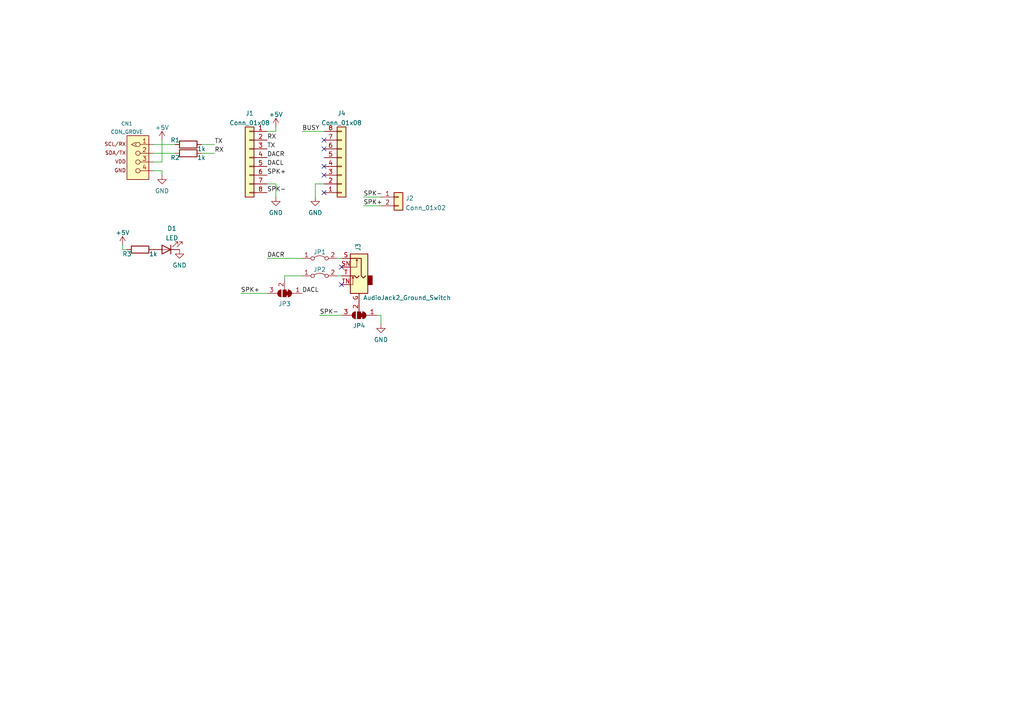
<source format=kicad_sch>
(kicad_sch (version 20211123) (generator eeschema)
  (paper "A4")
  (lib_symbols
    (symbol "Connector:AudioJack2_Ground_Switch"
      (property "Reference" "J" (at 0 11.43 0))
      (property "Value" "AudioJack2_Ground_Switch" (at 0 8.89 0))
      (symbol "AudioJack2_Ground_Switch_0_1"
        (rectangle (start -2.54 -2.54) (end -3.81 0) (stroke (width 0.254)) (fill (type outline)))
        (rectangle (start 2.54 6.35) (end -2.54 -5.08) (stroke (width 0.254)) (fill (type background)))
      )
      (symbol "AudioJack2_Ground_Switch_1_1"
        (polyline (pts (xy 0.635 4.826) (xy 0.889 4.318)))
        (polyline (pts (xy 1.778 -0.254) (xy 2.032 -0.762)))
        (polyline (pts (xy 0 0) (xy 0.635 -0.635) (xy 1.27 0) (xy 2.54 0)) (stroke (width 0.254)))
        (polyline (pts (xy 2.54 -2.54) (xy 1.778 -2.54) (xy 1.778 -0.254) (xy 1.524 -0.762)))
        (polyline (pts (xy 2.54 2.54) (xy 0.635 2.54) (xy 0.635 4.826) (xy 0.381 4.318)))
        (polyline (pts (xy 2.54 5.08) (xy -0.635 5.08) (xy -0.635 0) (xy -1.27 -0.635) (xy -1.905 0)) (stroke (width 0.254)))
        (pin passive line (at 0 -7.62 90) (length 2.54) (name "~") (number "G"))
        (pin passive line (at 5.08 5.08 180) (length 2.54) (name "~") (number "S"))
        (pin passive line (at 5.08 2.54 180) (length 2.54) (name "~") (number "SN"))
        (pin passive line (at 5.08 0 180) (length 2.54) (name "~") (number "T"))
        (pin passive line (at 5.08 -2.54 180) (length 2.54) (name "~") (number "TN"))
      )
    )
    (symbol "Connector_Generic:Conn_01x02" (pin_names (offset 1.016) hide)
      (property "Reference" "J" (at 0 2.54 0))
      (property "Value" "Conn_01x02" (at 0 -5.08 0))
      (symbol "Conn_01x02_1_1"
        (rectangle (start -1.27 -2.413) (end 0 -2.667) (stroke (width 0.1524)))
        (rectangle (start -1.27 0.127) (end 0 -0.127) (stroke (width 0.1524)))
        (rectangle (start -1.27 1.27) (end 1.27 -3.81) (stroke (width 0.254)) (fill (type background)))
        (pin passive line (at -5.08 0 0) (length 3.81) (name "Pin_1") (number "1"))
        (pin passive line (at -5.08 -2.54 0) (length 3.81) (name "Pin_2") (number "2"))
      )
    )
    (symbol "Connector_Generic:Conn_01x08" (pin_names (offset 1.016) hide)
      (property "Reference" "J" (at 0 10.16 0))
      (property "Value" "Conn_01x08" (at 0 -12.7 0))
      (symbol "Conn_01x08_1_1"
        (rectangle (start -1.27 -10.033) (end 0 -10.287) (stroke (width 0.1524)))
        (rectangle (start -1.27 -7.493) (end 0 -7.747) (stroke (width 0.1524)))
        (rectangle (start -1.27 -4.953) (end 0 -5.207) (stroke (width 0.1524)))
        (rectangle (start -1.27 -2.413) (end 0 -2.667) (stroke (width 0.1524)))
        (rectangle (start -1.27 0.127) (end 0 -0.127) (stroke (width 0.1524)))
        (rectangle (start -1.27 2.667) (end 0 2.413) (stroke (width 0.1524)))
        (rectangle (start -1.27 5.207) (end 0 4.953) (stroke (width 0.1524)))
        (rectangle (start -1.27 7.747) (end 0 7.493) (stroke (width 0.1524)))
        (rectangle (start -1.27 8.89) (end 1.27 -11.43) (stroke (width 0.254)) (fill (type background)))
        (pin passive line (at -5.08 7.62 0) (length 3.81) (name "Pin_1") (number "1"))
        (pin passive line (at -5.08 5.08 0) (length 3.81) (name "Pin_2") (number "2"))
        (pin passive line (at -5.08 2.54 0) (length 3.81) (name "Pin_3") (number "3"))
        (pin passive line (at -5.08 0 0) (length 3.81) (name "Pin_4") (number "4"))
        (pin passive line (at -5.08 -2.54 0) (length 3.81) (name "Pin_5") (number "5"))
        (pin passive line (at -5.08 -5.08 0) (length 3.81) (name "Pin_6") (number "6"))
        (pin passive line (at -5.08 -7.62 0) (length 3.81) (name "Pin_7") (number "7"))
        (pin passive line (at -5.08 -10.16 0) (length 3.81) (name "Pin_8") (number "8"))
      )
    )
    (symbol "Device:LED" (pin_numbers hide) (pin_names (offset 1.016) hide)
      (property "Reference" "D" (at 0 2.54 0))
      (property "Value" "LED" (at 0 -2.54 0))
      (symbol "LED_0_1"
        (polyline (pts (xy -1.27 -1.27) (xy -1.27 1.27)) (stroke (width 0.254)))
        (polyline (pts (xy -1.27 0) (xy 1.27 0)))
        (polyline (pts (xy 1.27 -1.27) (xy 1.27 1.27) (xy -1.27 0) (xy 1.27 -1.27)) (stroke (width 0.254)))
        (polyline (pts (xy -3.048 -0.762) (xy -4.572 -2.286) (xy -3.81 -2.286) (xy -4.572 -2.286) (xy -4.572 -1.524)))
        (polyline (pts (xy -1.778 -0.762) (xy -3.302 -2.286) (xy -2.54 -2.286) (xy -3.302 -2.286) (xy -3.302 -1.524)))
      )
      (symbol "LED_1_1"
        (pin passive line (at -3.81 0 0) (length 2.54) (name "K") (number "1"))
        (pin passive line (at 3.81 0 180) (length 2.54) (name "A") (number "2"))
      )
    )
    (symbol "Device:R" (pin_numbers hide) (pin_names (offset 0))
      (property "Reference" "R" (at 2.032 0 90))
      (property "Value" "R" (at 0 0 90))
      (symbol "R_0_1"
        (rectangle (start -1.016 -2.54) (end 1.016 2.54) (stroke (width 0.254)))
      )
      (symbol "R_1_1"
        (pin passive line (at 0 3.81 270) (length 1.27) (name "~") (number "1"))
        (pin passive line (at 0 -3.81 90) (length 1.27) (name "~") (number "2"))
      )
    )
    (symbol "Jumper:Jumper_2_Bridged" (pin_names (offset 0) hide)
      (property "Reference" "JP" (at 0 1.905 0))
      (property "Value" "Jumper_2_Bridged" (at 0 -2.54 0))
      (symbol "Jumper_2_Bridged_0_0"
        (circle (center -2.032 0) (radius 0.508))
        (circle (center 2.032 0) (radius 0.508))
      )
      (symbol "Jumper_2_Bridged_0_1"
        (arc (start 1.524 0.254) (mid 0 0.762) (end -1.524 0.254))
      )
      (symbol "Jumper_2_Bridged_1_1"
        (pin passive line (at -5.08 0 0) (length 2.54) (name "A") (number "1"))
        (pin passive line (at 5.08 0 180) (length 2.54) (name "B") (number "2"))
      )
    )
    (symbol "Jumper:SolderJumper_3_Bridged12" (pin_names (offset 0) hide)
      (property "Reference" "JP" (at -2.54 -2.54 0))
      (property "Value" "SolderJumper_3_Bridged12" (at 0 2.794 0))
      (symbol "SolderJumper_3_Bridged12_0_1"
        (rectangle (start -1.016 0.508) (end -0.508 -0.508) (fill (type outline)))
        (arc (start -1.016 1.016) (mid -2.032 0) (end -1.016 -1.016))
        (arc (start -1.016 1.016) (mid -2.032 0) (end -1.016 -1.016) (fill (type outline)))
        (rectangle (start -0.508 1.016) (end 0.508 -1.016) (fill (type outline)))
        (polyline (pts (xy -2.54 0) (xy -2.032 0)))
        (polyline (pts (xy -1.016 1.016) (xy -1.016 -1.016)))
        (polyline (pts (xy 0 -1.27) (xy 0 -1.016)))
        (polyline (pts (xy 1.016 1.016) (xy 1.016 -1.016)))
        (polyline (pts (xy 2.54 0) (xy 2.032 0)))
        (arc (start 1.016 -1.016) (mid 2.032 0) (end 1.016 1.016))
        (arc (start 1.016 -1.016) (mid 2.032 0) (end 1.016 1.016) (fill (type outline)))
      )
      (symbol "SolderJumper_3_Bridged12_1_1"
        (pin passive line (at -5.08 0 0) (length 2.54) (name "A") (number "1"))
        (pin input line (at 0 -3.81 90) (length 2.54) (name "C") (number "2"))
        (pin passive line (at 5.08 0 180) (length 2.54) (name "B") (number "3"))
      )
    )
    (symbol "akita:CON_GROVE" (pin_names (offset 1.016))
      (property "Reference" "CN" (at 0 3.81 0))
      (property "Value" "CON_GROVE" (at 3.81 -5.08 90))
      (symbol "CON_GROVE_1_0"
        (text "GND" (at 5.334 -5.588 0) (effects (font (size 1.0668 1.0668)) (justify left bottom)))
        (text "SCL/RX" (at 5.334 2.032 0) (effects (font (size 1.0668 1.0668)) (justify left bottom)))
        (text "SDA/TX" (at 5.334 -0.508 0) (effects (font (size 1.0668 1.0668)) (justify left bottom)))
        (text "VDD" (at 5.334 -3.048 0) (effects (font (size 1.0668 1.0668)) (justify left bottom)))
        (pin bidirectional inverted_clock (at -2.54 2.54 0) (length 5.08) (name "1") (number "1"))
        (pin bidirectional inverted (at -2.54 0 0) (length 5.08) (name "2") (number "2"))
        (pin bidirectional inverted (at -2.54 -2.54 0) (length 5.08) (name "3") (number "3"))
        (pin bidirectional inverted (at -2.54 -5.08 0) (length 5.08) (name "4") (number "4"))
      )
      (symbol "CON_GROVE_1_1"
        (rectangle (start -1.27 5.08) (end 5.08 -7.62) (stroke (width 0.2032)) (fill (type background)))
      )
    )
    (symbol "power:+5V" (power) (pin_names (offset 0))
      (property "Value" "+5V" (at 0 3.556 0))
      (symbol "+5V_0_1"
        (polyline (pts (xy -0.762 1.27) (xy 0 2.54)))
        (polyline (pts (xy 0 0) (xy 0 2.54)))
        (polyline (pts (xy 0 2.54) (xy 0.762 1.27)))
      )
      (symbol "+5V_1_1"
        (pin power_in line (at 0 0 90) (length 0) hide (name "+5V") (number "1"))
      )
    )
    (symbol "power:GND" (power) (pin_names (offset 0))
      (property "Value" "GND" (at 0 -3.81 0))
      (symbol "GND_0_1"
        (polyline (pts (xy 0 0) (xy 0 -1.27) (xy 1.27 -1.27) (xy 0 -2.54) (xy -1.27 -1.27) (xy 0 -1.27)))
      )
      (symbol "GND_1_1"
        (pin power_in line (at 0 0 270) (length 0) hide (name "GND") (number "1"))
      )
    )
  )
  (no_connect (at 99.06 77.47))
  (no_connect (at 93.98 43.18))
  (no_connect (at 93.98 48.26))
  (no_connect (at 93.98 40.64))
  (no_connect (at 99.06 82.55))
  (no_connect (at 93.98 50.8))
  (no_connect (at 93.98 55.88))
  (wire (pts (xy 44.45 41.91) (xy 50.8 41.91)))
  (wire (pts (xy 91.44 53.34) (xy 91.44 57.15)))
  (wire (pts (xy 44.45 46.99) (xy 46.99 46.99)))
  (wire (pts (xy 77.47 38.1) (xy 80.01 38.1)))
  (wire (pts (xy 82.55 80.01) (xy 82.55 81.28)))
  (wire (pts (xy 46.99 49.53) (xy 46.99 50.8)))
  (wire (pts (xy 44.45 44.45) (xy 50.8 44.45)))
  (wire (pts (xy 87.63 80.01) (xy 82.55 80.01)))
  (wire (pts (xy 35.56 72.39) (xy 35.56 71.12)))
  (wire (pts (xy 109.22 91.44) (xy 110.49 91.44)))
  (wire (pts (xy 46.99 46.99) (xy 46.99 40.64)))
  (wire (pts (xy 80.01 53.34) (xy 80.01 57.15)))
  (wire (pts (xy 69.85 85.09) (xy 77.47 85.09)))
  (wire (pts (xy 36.83 72.39) (xy 35.56 72.39)))
  (wire (pts (xy 105.41 59.69) (xy 110.49 59.69)))
  (wire (pts (xy 87.63 38.1) (xy 93.98 38.1)))
  (wire (pts (xy 58.42 44.45) (xy 62.23 44.45)))
  (wire (pts (xy 44.45 49.53) (xy 46.99 49.53)))
  (wire (pts (xy 110.49 91.44) (xy 110.49 93.98)))
  (wire (pts (xy 105.41 57.15) (xy 110.49 57.15)))
  (wire (pts (xy 97.79 80.01) (xy 99.06 80.01)))
  (wire (pts (xy 77.47 53.34) (xy 80.01 53.34)))
  (wire (pts (xy 58.42 41.91) (xy 62.23 41.91)))
  (wire (pts (xy 80.01 38.1) (xy 80.01 36.83)))
  (wire (pts (xy 93.98 53.34) (xy 91.44 53.34)))
  (wire (pts (xy 97.79 74.93) (xy 99.06 74.93)))
  (wire (pts (xy 77.47 74.93) (xy 87.63 74.93)))
  (wire (pts (xy 92.71 91.44) (xy 99.06 91.44)))
  (label "SPK-" (at 105.41 57.15 0))
  (label "SPK+" (at 105.41 59.69 0))
  (label "RX" (at 77.47 40.64 0))
  (label "SPK+" (at 69.85 85.09 0))
  (label "DACL" (at 77.47 48.26 0))
  (label "TX" (at 62.23 41.91 0))
  (label "SPK-" (at 92.71 91.44 0))
  (label "TX" (at 77.47 43.18 0))
  (label "DACR" (at 77.47 74.93 0))
  (label "SPK-" (at 77.47 55.88 0))
  (label "DACR" (at 77.47 45.72 0))
  (label "BUSY" (at 87.63 38.1 0))
  (label "DACL" (at 87.63 85.09 0))
  (label "SPK+" (at 77.47 50.8 0))
  (label "RX" (at 62.23 44.45 0))
  (symbol (lib_id "Connector_Generic:Conn_01x08") (at 99.06 48.26 0) (mirror x) (unit 1)
    (property "Reference" "J4" (at 99.06 32.8635 0))
    (property "Value" "Conn_01x08" (at 99.06 35.6386 0))
    (property "Footprint" "Connector_PinSocket_2.54mm:PinSocket_1x08_P2.54mm_Vertical" (effects hide))
  )
  (symbol (lib_id "power:GND") (at 52.07 72.39 0) (unit 1)
    (property "Reference" "#PWR08" (effects hide))
    (property "Value" "GND" (at 52.07 76.9525 0))
  )
  (symbol (lib_id "power:GND") (at 91.44 57.15 0) (unit 1)
    (property "Reference" "#PWR06" (effects hide))
    (property "Value" "GND" (at 91.44 61.7125 0))
  )
  (symbol (lib_id "power:+5V") (at 80.01 36.83 0) (unit 1)
    (property "Reference" "#PWR02" (effects hide))
    (property "Value" "+5V" (at 80.01 33.2255 0))
  )
  (symbol (lib_id "Device:R") (at 54.61 44.45 90) (unit 1)
    (property "Reference" "R2" (at 50.8 45.72 90))
    (property "Value" "1k" (at 58.42 45.72 90))
    (property "Footprint" "Resistor_SMD:R_0603_1608Metric" (effects hide))
  )
  (symbol (lib_id "power:GND") (at 110.49 93.98 0) (unit 1)
    (property "Reference" "#PWR05" (effects hide))
    (property "Value" "GND" (at 110.49 98.5425 0))
  )
  (symbol (lib_id "akita:CON_GROVE") (at 41.91 44.45 0) (mirror y) (unit 1)
    (property "Reference" "CN1" (at 36.7887 35.8806 0) (effects (font (size 1.0668 1.0668))))
    (property "Value" "CON_GROVE" (at 36.7887 38.2523 0) (effects (font (size 1.0668 1.0668))))
    (property "Footprint" "akita:CON_GROVE_H" (effects hide))
  )
  (symbol (lib_id "power:+5V") (at 46.99 40.64 0) (unit 1)
    (property "Reference" "#PWR01" (effects hide))
    (property "Value" "+5V" (at 46.99 37.0355 0))
  )
  (symbol (lib_id "power:GND") (at 80.01 57.15 0) (unit 1)
    (property "Reference" "#PWR04" (effects hide))
    (property "Value" "GND" (at 80.01 61.7125 0))
  )
  (symbol (lib_id "Connector_Generic:Conn_01x08") (at 72.39 45.72 0) (mirror y) (unit 1)
    (property "Reference" "J1" (at 72.39 32.8635 0))
    (property "Value" "Conn_01x08" (at 72.39 35.6386 0))
    (property "Footprint" "Connector_PinSocket_2.54mm:PinSocket_1x08_P2.54mm_Vertical" (effects hide))
  )
  (symbol (lib_id "Jumper:Jumper_2_Bridged") (at 92.71 74.93 0) (unit 1)
    (property "Reference" "JP1" (at 92.71 73.1035 0))
    (property "Value" "Jumper_2_Bridged" (effects hide))
    (property "Footprint" "Jumper:SolderJumper-2_P1.3mm_Bridged_Pad1.0x1.5mm" (effects hide))
  )
  (symbol (lib_id "Jumper:SolderJumper_3_Bridged12") (at 104.14 91.44 180) (unit 1)
    (property "Reference" "JP4" (at 104.14 94.4785 0))
    (property "Value" "SolderJumper_3_Bridged12" (effects hide))
    (property "Footprint" "Jumper:SolderJumper-3_P1.3mm_Bridged12_Pad1.0x1.5mm" (effects hide))
  )
  (symbol (lib_id "Connector:AudioJack2_Ground_Switch") (at 104.14 80.01 0) (mirror y) (unit 1)
    (property "Reference" "J3" (at 103.8665 72.898 90) (effects (justify left)))
    (property "Value" "AudioJack2_Ground_Switch" (at 130.81 86.36 0) (effects (justify left)))
    (property "Footprint" "akita:CON_AJ-1780" (effects hide))
  )
  (symbol (lib_id "Jumper:SolderJumper_3_Bridged12") (at 82.55 85.09 180) (unit 1)
    (property "Reference" "JP3" (at 82.55 88.1285 0))
    (property "Value" "SolderJumper_3_Bridged12" (effects hide))
    (property "Footprint" "Jumper:SolderJumper-3_P1.3mm_Bridged12_Pad1.0x1.5mm" (effects hide))
  )
  (symbol (lib_id "Device:R") (at 40.64 72.39 90) (unit 1)
    (property "Reference" "R3" (at 36.83 73.66 90))
    (property "Value" "1k" (at 44.45 73.66 90))
    (property "Footprint" "Resistor_SMD:R_0603_1608Metric" (effects hide))
  )
  (symbol (lib_id "Device:R") (at 54.61 41.91 90) (unit 1)
    (property "Reference" "R1" (at 50.8 40.64 90))
    (property "Value" "1k" (at 58.42 43.18 90))
    (property "Footprint" "Resistor_SMD:R_0603_1608Metric" (effects hide))
  )
  (symbol (lib_id "power:+5V") (at 35.56 71.12 0) (unit 1)
    (property "Reference" "#PWR07" (effects hide))
    (property "Value" "+5V" (at 35.56 67.5155 0))
  )
  (symbol (lib_id "Device:LED") (at 48.26 72.39 180) (unit 1)
    (property "Reference" "D1" (at 49.8475 66.2645 0))
    (property "Value" "LED" (at 49.8475 69.0396 0))
    (property "Footprint" "LED_SMD:LED_0603_1608Metric" (effects hide))
  )
  (symbol (lib_id "Jumper:Jumper_2_Bridged") (at 92.71 80.01 0) (unit 1)
    (property "Reference" "JP2" (at 92.71 78.1835 0))
    (property "Value" "Jumper_2_Bridged" (effects hide))
    (property "Footprint" "Jumper:SolderJumper-2_P1.3mm_Bridged_Pad1.0x1.5mm" (effects hide))
  )
  (symbol (lib_id "Connector_Generic:Conn_01x02") (at 115.57 57.15 0) (unit 1)
    (property "Reference" "J2" (at 117.602 57.5115 0) (effects (justify left)))
    (property "Value" "Conn_01x02" (at 117.602 60.2866 0) (effects (justify left)))
    (property "Footprint" "Connector_Molex:Molex_PicoBlade_53047-0210_1x02_P1.25mm_Vertical" (effects hide))
  )
  (symbol (lib_id "power:GND") (at 46.99 50.8 0) (unit 1)
    (property "Reference" "#PWR03" (effects hide))
    (property "Value" "GND" (at 46.99 55.3625 0))
  )
)
</source>
